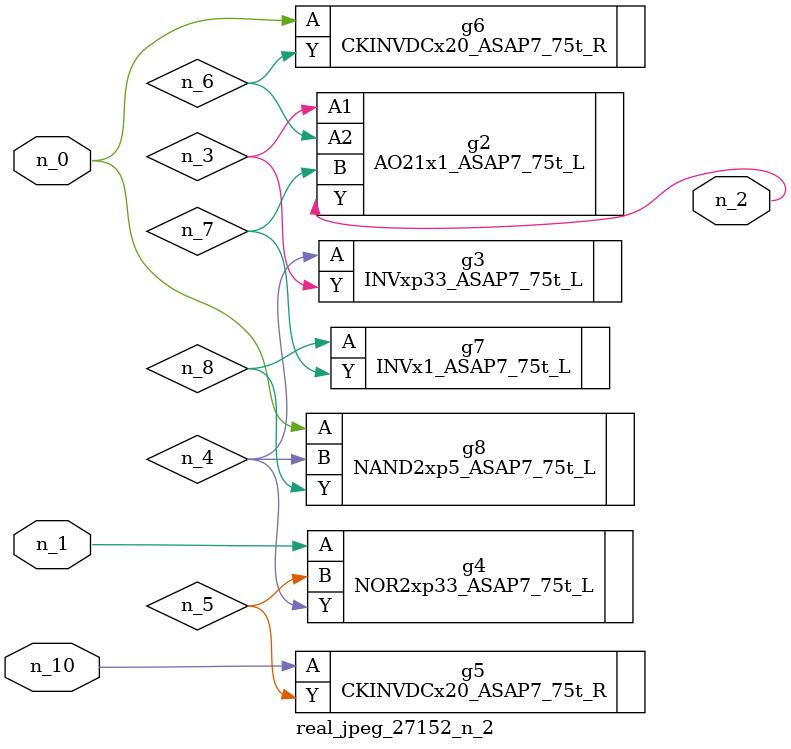
<source format=v>
module real_jpeg_27152_n_2 (n_1, n_10, n_0, n_2);

input n_1;
input n_10;
input n_0;

output n_2;

wire n_5;
wire n_4;
wire n_8;
wire n_6;
wire n_7;
wire n_3;

CKINVDCx20_ASAP7_75t_R g6 ( 
.A(n_0),
.Y(n_6)
);

NAND2xp5_ASAP7_75t_L g8 ( 
.A(n_0),
.B(n_4),
.Y(n_8)
);

NOR2xp33_ASAP7_75t_L g4 ( 
.A(n_1),
.B(n_5),
.Y(n_4)
);

AO21x1_ASAP7_75t_L g2 ( 
.A1(n_3),
.A2(n_6),
.B(n_7),
.Y(n_2)
);

INVxp33_ASAP7_75t_L g3 ( 
.A(n_4),
.Y(n_3)
);

INVx1_ASAP7_75t_L g7 ( 
.A(n_8),
.Y(n_7)
);

CKINVDCx20_ASAP7_75t_R g5 ( 
.A(n_10),
.Y(n_5)
);


endmodule
</source>
